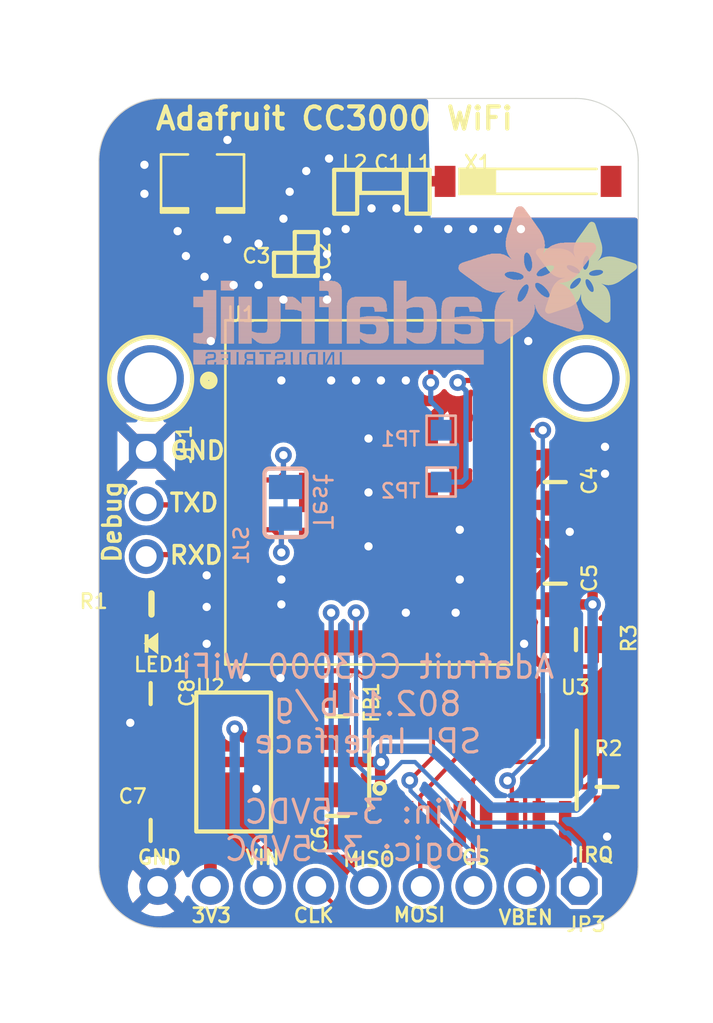
<source format=kicad_pcb>
(kicad_pcb (version 20221018) (generator pcbnew)
  (layers (0 "F.Cu" signal) (31 "B.Cu" signal) (34 "B.Paste" user) (35 "F.Paste" user) (36 "B.SilkS" user "B.Silkscreen") (37 "F.SilkS" user "F.Silkscreen") (38 "B.Mask" user) (39 "F.Mask" user) (44 "Edge.Cuts" user))
  (net 0 "")
  (net 1 "N$1")
  (net 2 "N$2")
  (net 3 "GND")
  (net 4 "N$3")
  (net 5 "N$4")
  (net 6 "SCL_3V")
  (net 7 "SDA_3V")
  (net 8 "VBAT")
  (net 9 "VBAT_EN_3V")
  (net 10 "SPI_CLK_3V")
  (net 11 "SPI_MOSI_3V")
  (net 12 "SPI_IRQ_3V")
  (net 13 "SPI_MISO_3V")
  (net 14 "SPI_CS_3V")
  (net 15 "N$5")
  (net 16 "N$6")
  (net 17 "RXD_3V")
  (net 18 "TXD_3V")
  (net 19 "VIN")
  (net 20 "VBAT_EN_5V")
  (net 21 "SPI_CLK_5V")
  (net 22 "SPI_MOSI_5V")
  (net 23 "SPI_CS_5V")
  (net 24 "N$9")
  (net 25 "N$7")
  (footprint "working:ANT_2500AT44M0400" (layer "F.Cu") (at 156.1931 89.0036 180)
    (fp_text reference "X1")
    (fp_text value "2500AT44M0400E")
  )
  (footprint "working:CHIPLED_0805_NOOUTLINE" (layer "F.Cu") (at 138.0411 111.2876 90)
    (fp_text reference "LED1")
    (fp_text value "green")
  )
  (footprint "working:_0402" (layer "F.Cu") (at 147.4011 89.5036 90)
    (fp_text reference "L2")
    (fp_text value "2.2nH")
  )
  (footprint "working:SOIC16" (layer "F.Cu") (at 153.5351 117.3836)
    (fp_text reference "U3")
    (fp_text value "74HC4050D")
  )
  (footprint "working:_0805MP" (layer "F.Cu") (at 138.0011 120.3036 180)
    (fp_text reference "C7")
    (fp_text value "10µF")
  )
  (footprint "working:MOUNTINGHOLE_2.5_PLATED" (layer "F.Cu") (at 159.0011 98.5036)
    (fp_text reference "U$34" hide)
    (fp_text value "MOUNTINGHOLE2.5" hide)
  )
  (footprint "working:_0402" (layer "F.Cu") (at 145.0011 93.0036 180)
    (fp_text reference "C3")
    (fp_text value "DNC_10pF")
  )
  (footprint "working:_0805MP" (layer "F.Cu") (at 157.5011 108.4036 90)
    (fp_text reference "C5")
    (fp_text value "1µF")
  )
  (footprint "working:_0805MP" (layer "F.Cu") (at 157.5011 103.5036 90)
    (fp_text reference "C4")
    (fp_text value "1µF")
  )
  (footprint "working:1X09_ROUND_70" (layer "F.Cu") (at 148.5011 123.0036 180)
    (fp_text reference "JP3")
    (fp_text value "")
  )
  (footprint "working:CC3000MOD" (layer "F.Cu") (at 148.5011 104.0036)
    (fp_text reference "U1")
    (fp_text value "CC3000MOD")
  )
  (footprint "working:MOUNTINGHOLE_2.5_PLATED" (layer "F.Cu") (at 138.0011 98.5036)
    (fp_text reference "U$24" hide)
    (fp_text value "MOUNTINGHOLE2.5" hide)
  )
  (footprint "working:ADAFRUIT_5MM" (layer "F.Cu") (at 156.5701 95.8186)
    (fp_text reference "U$8" hide)
    (fp_text value "" hide)
  )
  (footprint "working:_0402" (layer "F.Cu") (at 145.5011 92.5036 -90)
    (fp_text reference "C2")
    (fp_text value "10pF")
  )
  (footprint "working:SOT223-R" (layer "F.Cu") (at 142.0011 117.0036 90)
    (fp_text reference "U2")
    (fp_text value "")
  )
  (footprint "working:_0805MP" (layer "F.Cu") (at 147.0011 114.8036 90)
    (fp_text reference "FB1")
    (fp_text value "")
  )
  (footprint "working:FIDUCIAL_1MM" (layer "F.Cu") (at 154.5511 93.2536)
    (fp_text reference "FID1" hide)
    (fp_text value "FIDUCIAL\"\"" hide)
  )
  (footprint "working:_0805MP" (layer "F.Cu") (at 160.0011 118.2036 90)
    (fp_text reference "R2")
    (fp_text value "10K")
  )
  (footprint "working:U.FL" (layer "F.Cu") (at 140.5011 89.0036 -90)
    (fp_text reference "U$35" hide)
    (fp_text value "U.FL" hide)
  )
  (footprint "working:FIDUCIAL_1MM" (layer "F.Cu") (at 137.0251 117.3836)
    (fp_text reference "FID2" hide)
    (fp_text value "FIDUCIAL\"\"" hide)
  )
  (footprint "working:_0805MP" (layer "F.Cu") (at 158.5011 111.1036)
    (fp_text reference "R3")
    (fp_text value "10K")
  )
  (footprint "working:_0402" (layer "F.Cu") (at 150.8931 89.5036 90)
    (fp_text reference "L1")
    (fp_text value "DNP")
  )
  (footprint "working:_0805MP" (layer "F.Cu") (at 147.0011 119.6036 90)
    (fp_text reference "C6")
    (fp_text value "10µF")
  )
  (footprint "working:FIDUCIAL_1MM" (layer "F.Cu") (at 137.0251 93.2536)
    (fp_text reference "FID3" hide)
    (fp_text value "FIDUCIAL\"\"" hide)
  )
  (footprint "working:_0402" (layer "F.Cu") (at 149.1471 89.0036)
    (fp_text reference "C1")
    (fp_text value "2.2pF")
  )
  (footprint "working:1X03_ROUND" (layer "F.Cu") (at 137.7871 104.5566 -90)
    (fp_text reference "JP1")
    (fp_text value "")
  )
  (footprint "working:0805-NO" (layer "F.Cu") (at 138.0411 109.3826 180)
    (fp_text reference "R1")
    (fp_text value "470")
  )
  (footprint "working:_0805MP" (layer "F.Cu") (at 138.0011 113.7036 180)
    (fp_text reference "C8")
    (fp_text value "10µF")
  )
  (footprint "working:ADAFRUIT_TEXT_20MM" (layer "B.Cu") (at 159.6311 97.8256 180)
    (fp_text reference "U$36" hide)
    (fp_text value "" hide)
  )
  (footprint "working:TESTPOINT_PAD_1MM" (layer "B.Cu") (at 152.0011 103.5036 180)
    (fp_text reference "TP2")
    (fp_text value "SDA")
  )
  (footprint "working:SOLDERJUMPER_CLOSEDWIRE" (layer "B.Cu") (at 144.5011 104.5036 90)
    (fp_text reference "SJ1")
    (fp_text value "TESTMODE")
  )
  (footprint "working:TESTPOINT_PAD_1MM" (layer "B.Cu") (at 152.0011 101.0036 180)
    (fp_text reference "TP1")
    (fp_text value "SCL")
  )
  (gr_arc (start 158.5011 85.0036) (mid 160.62242 85.88228) (end 161.5011 88.0036) (stroke (width 0.05)) (layer "Edge.Cuts"))
  (gr_arc (start 161.5011 122.0036) (mid 160.62242 124.12492) (end 158.5011 125.0036) (stroke (width 0.05)) (layer "Edge.Cuts"))
  (gr_line (start 138.5011 125.0036) (end 158.5011 125.0036) (stroke (width 0.05)) (layer "Edge.Cuts"))
  (gr_line (start 135.5011 88.0036) (end 135.5011 122.0036) (stroke (width 0.05)) (layer "Edge.Cuts"))
  (gr_line (start 161.5011 122.0036) (end 161.5011 88.0036) (stroke (width 0.05)) (layer "Edge.Cuts"))
  (gr_arc (start 135.5011 88.0036) (mid 136.37978 85.88228) (end 138.5011 85.0036) (stroke (width 0.05)) (layer "Edge.Cuts"))
  (gr_line (start 158.5011 85.0036) (end 138.5011 85.0036) (stroke (width 0.05)) (layer "Edge.Cuts"))
  (gr_arc (start 138.5011 125.0036) (mid 136.37978 124.12492) (end 135.5011 122.0036) (stroke (width 0.05)) (layer "Edge.Cuts"))
  (gr_text "Test" (at 146.8041 103.0326 -90) (layer "B.SilkS") (effects (font (size 0.89408 0.89408) (thickness 0.12192)) (justify right top mirror)))
  (gr_text "Vin: 3-5VDC\nLogic: 3-5VDC" (at 147.8201 120.3046) (layer "B.SilkS") (effects (font (size 1.1176 1.1176) (thickness 0.1524)) (justify mirror)))
  (gr_text "Adafruit CC3000 WiFi\n802.11b/g\nSPI Interface" (at 148.4551 114.2086) (layer "B.SilkS") (effects (font (size 1.1176 1.1176) (thickness 0.1524)) (justify mirror)))
  (gr_text "VBEN" (at 154.6991 124.8976) (layer "F.SilkS") (effects (font (size 0.682752 0.682752) (thickness 0.130048)) (justify left bottom)))
  (gr_text "GND" (at 137.3011 122.0036) (layer "F.SilkS") (effects (font (size 0.682752 0.682752) (thickness 0.130048)) (justify left bottom)))
  (gr_text "VIN" (at 142.5011 122.0036) (layer "F.SilkS") (effects (font (size 0.682752 0.682752) (thickness 0.130048)) (justify left bottom)))
  (gr_text "Adafruit CC3000 WiFi" (at 138.1371 86.5956) (layer "F.SilkS") (effects (font (size 1.0668 1.0668) (thickness 0.2032)) (justify left bottom)))
  (gr_text "TXD" (at 138.8281 105.0036) (layer "F.SilkS") (effects (font (size 0.85344 0.85344) (thickness 0.16256)) (justify left bottom)))
  (gr_text "MOSI" (at 149.6341 124.7706) (layer "F.SilkS") (effects (font (size 0.682752 0.682752) (thickness 0.130048)) (justify left bottom)))
  (gr_text "MISO" (at 147.2011 122.1036) (layer "F.SilkS") (effects (font (size 0.682752 0.682752) (thickness 0.130048)) (justify left bottom)))
  (gr_text "Debug" (at 136.6441 107.4776 90) (layer "F.SilkS") (effects (font (size 0.85344 0.85344) (thickness 0.16256)) (justify left bottom)))
  (gr_text "IRQ" (at 158.4831 121.8826) (layer "F.SilkS") (effects (font (size 0.682752 0.682752) (thickness 0.130048)) (justify left bottom)))
  (gr_text "3V3" (at 139.9011 124.8036) (layer "F.SilkS") (effects (font (size 0.682752 0.682752) (thickness 0.130048)) (justify left bottom)))
  (gr_text "RXD" (at 138.8281 107.5306) (layer "F.SilkS") (effects (font (size 0.85344 0.85344) (thickness 0.16256)) (justify left bottom)))
  (gr_text "CS" (at 152.9211 122.0096) (layer "F.SilkS") (effects (font (size 0.682752 0.682752) (thickness 0.130048)) (justify left bottom)))
  (gr_text "GND" (at 138.8551 102.4836) (layer "F.SilkS") (effects (font (size 0.85344 0.85344) (thickness 0.16256)) (justify left bottom)))
  (gr_text "CLK" (at 144.8141 124.8036) (layer "F.SilkS") (effects (font (size 0.682752 0.682752) (thickness 0.130048)) (justify left bottom)))
  (segment (start 150.9851 89.0036) (end 150.8931 88.9956) (width 0.5842) (layer "F.Cu") (net 1))
  (segment (start 149.6551 89.0036) (end 150.9851 89.0036) (width 0.508) (layer "F.Cu") (net 1))
  (segment (start 152.1931 88.9956) (end 152.1931 89.0036) (width 0.508) (layer "F.Cu") (net 1))
  (segment (start 150.9851 89.0036) (end 150.9851 89.0036) (width 0.5842) (layer "F.Cu") (net 1))
  (segment (start 150.8931 88.9956) (end 152.1931 88.9956) (width 0.508) (layer "F.Cu") (net 1))
  (segment (start 145.787575 89.621922) (end 145.94044 89.44294) (width 0.508) (layer "F.Cu") (net 2))
  (segment (start 145.519567 90.268948) (end 145.574515 90.040075) (width 0.508) (layer "F.Cu") (net 2))
  (segment (start 148.7311 88.9956) (end 148.6391 89.0036) (width 0.5842) (layer "F.Cu") (net 2))
  (segment (start 145.66459 89.822614) (end 145.787575 89.621922) (width 0.508) (layer "F.Cu") (net 2))
  (segment (start 145.574515 90.040075) (end 145.66459 89.822614) (width 0.508) (layer "F.Cu") (net 2))
  (segment (start 146.537575 89.077015) (end 147.0011 89.0036) (width 0.508) (layer "F.Cu") (net 2))
  (segment (start 146.320114 89.16709) (end 146.537575 89.077015) (width 0.508) (layer "F.Cu") (net 2))
  (segment (start 147.0011 89.0036) (end 147.4931 89.0036) (width 0.508) (layer "F.Cu") (net 2))
  (segment (start 146.119422 89.290075) (end 146.320114 89.16709) (width 0.508) (layer "F.Cu") (net 2))
  (segment (start 147.4011 88.9956) (end 148.7311 88.9956) (width 0.508) (layer "F.Cu") (net 2))
  (segment (start 145.94044 89.44294) (end 146.119422 89.290075) (width 0.508) (layer "F.Cu") (net 2))
  (segment (start 147.4931 89.0036) (end 147.4931 89.0036) (width 0.5842) (layer "F.Cu") (net 2))
  (segment (start 148.7311 88.9956) (end 148.7311 88.9956) (width 0.5842) (layer "F.Cu") (net 2))
  (segment (start 145.5011 91.9956) (end 145.5011 90.5036) (width 0.508) (layer "F.Cu") (net 2))
  (segment (start 145.5011 90.5036) (end 145.5011 90.5036) (width 0.508) (layer "F.Cu") (net 2))
  (segment (start 145.5011 90.5036) (end 145.519567 90.268948) (width 0.508) (layer "F.Cu") (net 2))
  (segment (start 147.4931 89.0036) (end 147.4011 88.9956) (width 0.5842) (layer "F.Cu") (net 2))
  (segment (start 154.3511 111.2536) (end 155.9511 111.2536) (width 0.5) (layer "F.Cu") (net 3))
  (segment (start 158.6011 120.1036) (end 159.1011 120.6036) (width 0.5) (layer "F.Cu") (net 3))
  (segment (start 144.3011 111.2536) (end 144.3011 109.4036) (width 0.5) (layer "F.Cu") (net 3))
  (segment (start 142.6511 96.7536) (end 140.9511 96.7536) (width 0.5) (layer "F.Cu") (net 3))
  (segment (start 150.8931 90.0116) (end 150.8931 91.3036) (width 0.5) (layer "F.Cu") (net 3))
  (segment (start 143.1011 119.1036) (end 143.1011 118.3036) (width 0.5) (layer "F.Cu") (net 3))
  (segment (start 160.0011 119.2196) (end 160.0011 120.6036) (width 0.5) (layer "F.Cu") (net 3))
  (segment (start 150.6511 106.6536) (end 148.5511 106.6536) (width 0.5) (layer "F.Cu") (net 3))
  (segment (start 154.3511 102.2036) (end 157.2171 102.2036) (width 0.5) (layer "F.Cu") (net 3))
  (segment (start 146.3511 104.0036) (end 148.5011 104.0036) (width 0.5) (layer "F.Cu") (net 3))
  (segment (start 146.3511 101.3536) (end 148.4511 101.3536) (width 0.5) (layer "F.Cu") (net 3))
  (segment (start 154.3511 107.0036) (end 155.9011 107.0036) (width 0.5) (layer "F.Cu") (net 3))
  (segment (start 147.9011 96.7536) (end 147.9011 98.6036) (width 0.5) (layer "F.Cu") (net 3))
  (segment (start 142.6511 108.2036) (end 144.3011 108.2036) (width 0.5) (layer "F.Cu") (net 3))
  (segment (start 142.6511 109.4036) (end 144.3011 109.4036) (width 0.5) (layer "F.Cu") (net 3))
  (segment (start 149.1011 96.7536) (end 149.1011 98.6036) (width 0.5) (layer "F.Cu") (net 3))
  (segment (start 148.4511 106.6536) (end 148.5011 106.6036) (width 0.5) (layer "F.Cu") (net 3))
  (segment (start 140.9511 96.7536) (end 140.9011 96.7036) (width 0.5) (layer "F.Cu") (net 3))
  (segment (start 157.4851 107.4036) (end 157.5011 107.3876) (width 0.5) (layer "F.Cu") (net 3))
  (segment (start 157.9801 119.9836) (end 158.6011 120.1036) (width 0.5) (layer "F.Cu") (net 3))
  (segment (start 157.2171 102.2036) (end 157.5011 102.4876) (width 0.5) (layer "F.Cu") (net 3))
  (segment (start 155.9011 107.0036) (end 156.3011 107.4036) (width 0.5) (layer "F.Cu") (net 3))
  (segment (start 150.6511 101.3536) (end 148.5511 101.3536) (width 0.5) (layer "F.Cu") (net 3))
  (segment (start 146.7011 96.7536) (end 146.7011 98.6036) (width 0.5) (layer "F.Cu") (net 3))
  (segment (start 145.0511 119.3036) (end 143.3011 119.3036) (width 0.5) (layer "F.Cu") (net 3))
  (segment (start 147.4011 90.0116) (end 147.4011 91.3036) (width 0.5) (layer "F.Cu") (net 3))
  (segment (start 156.3011 107.4036) (end 157.4851 107.4036) (width 0.5) (layer "F.Cu") (net 3))
  (segment (start 150.3011 96.7536) (end 150.3011 98.6036) (width 0.5) (layer "F.Cu") (net 3))
  (segment (start 157.5011 107.3876) (end 157.5011 106.6036) (width 0.5) (layer "F.Cu") (net 3))
  (segment (start 150.3011 111.2536) (end 150.3011 109.8036) (width 0.5) (layer "F.Cu") (net 3))
  (segment (start 146.3511 106.6536) (end 148.4511 106.6536) (width 0.5) (layer "F.Cu") (net 3))
  (segment (start 157.5011 106.6036) (end 158.2011 105.9036) (width 0.5) (layer "F.Cu") (net 3))
  (segment (start 148.4511 101.3536) (end 148.5011 101.4036) (width 0.5) (layer "F.Cu") (net 3))
  (segment (start 154.3511 105.8036) (end 152.9011 105.8036) (width 0.5) (layer "F.Cu") (net 3))
  (segment (start 137.0011 120.3196) (end 136.9851 120.3036) (width 0.5) (layer "F.Cu") (net 3))
  (segment (start 155.9511 111.2536) (end 156.0011 111.3036) (width 0.5) (layer "F.Cu") (net 3))
  (segment (start 145.7671 118.5876) (end 145.0511 119.3036) (width 0.5) (layer "F.Cu") (net 3))
  (segment (start 154.3511 108.2036) (end 152.9011 108.2036) (width 0.5) (layer "F.Cu") (net 3))
  (segment (start 150.6511 104.0036) (end 148.5011 104.0036) (width 0.5) (layer "F.Cu") (net 3))
  (segment (start 142.6511 98.6036) (end 144.3011 98.6036) (width 0.5) (layer "F.Cu") (net 3))
  (segment (start 152.7011 111.2536) (end 152.7011 109.8036) (width 0.5) (layer "F.Cu") (net 3))
  (segment (start 148.5511 101.3536) (end 148.5011 101.4036) (width 0.5) (layer "F.Cu") (net 3))
  (segment (start 148.5511 106.6536) (end 148.5011 106.6036) (width 0.5) (layer "F.Cu") (net 3))
  (segment (start 147.0011 118.5876) (end 145.7671 118.5876) (width 0.5) (layer "F.Cu") (net 3))
  (segment (start 143.3011 119.3036) (end 143.1011 119.1036) (width 0.5) (layer "F.Cu") (net 3))
  (segment (start 159.1011 120.6036) (end 160.0011 120.6036) (width 0.5) (layer "F.Cu") (net 3))
  (segment (start 144.3011 96.7536) (end 144.3011 98.6036) (width 0.5) (layer "F.Cu") (net 3))
  (via (at 150.3011 98.6036) (size 0.8064) (drill 0.4) (layers "F.Cu" "B.Cu") (net 3))
  (via (at 152.7011 109.8036) (size 0.8064) (drill 0.4) (layers "F.Cu" "B.Cu") (net 3))
  (via (at 139.7011 92.6036) (size 0.8064) (drill 0.4) (layers "F.Cu" "B.Cu") (net 3))
  (via (at 147.4011 91.3036) (size 0.8064) (drill 0.4) (layers "F.Cu" "B.Cu") (net 3))
  (via (at 150.8931 91.3036) (size 0.8064) (drill 0.4) (layers "F.Cu" "B.Cu") (net 3))
  (via (at 140.7011 108.0016) (size 0.8064) (drill 0.4) (layers "F.Cu" "B.Cu") (net 3))
  (via (at 140.7011 111.3036) (size 0.8064) (drill 0.4) (layers "F.Cu" "B.Cu") (net 3))
  (via (at 146.5011 93.6156) (size 0.8064) (drill 0.4) (layers "F.Cu" "B.Cu") (net 3))
  (via (at 144.4011 90.8036) (size 0.8064) (drill 0.4) (layers "F.Cu" "B.Cu") (net 3))
  (via (at 145.5011 88.5036) (size 0.8064) (drill 0.4) (layers "F.Cu" "B.Cu") (net 3))
  (via (at 148.5011 101.4036) (size 0.8064) (drill 0.4) (layers "F.Cu" "B.Cu") (net 3))
  (via (at 140.7011 109.5256) (size 0.8064) (drill 0.4) (layers "F.Cu" "B.Cu") (net 3))
  (via (at 137.7011 89.6036) (size 0.8064) (drill 0.4) (layers "F.Cu" "B.Cu") (net 3))
  (via (at 152.9011 108.2036) (size 0.8064) (drill 0.4) (layers "F.Cu" "B.Cu") (net 3))
  (via (at 139.3011 91.4036) (size 0.8064) (drill 0.4) (layers "F.Cu" "B.Cu") (net 3))
  (via (at 148.5011 106.6036) (size 0.8064) (drill 0.4) (layers "F.Cu" "B.Cu") (net 3))
  (via (at 143.2011 94.0036) (size 0.8064) (drill 0.4) (layers "F.Cu" "B.Cu") (net 3))
  (via (at 152.3471 91.3036) (size 0.8064) (drill 0.4) (layers "F.Cu" "B.Cu") (net 3))
  (via (at 146.7011 98.6036) (size 0.8064) (drill 0.4) (layers "F.Cu" "B.Cu") (net 3))
  (via (at 144.3011 98.6036) (size 0.8064) (drill 0.4) (layers "F.Cu" "B.Cu") (net 3))
  (via (at 141.7011 87.0036) (size 0.8064) (drill 0.4) (layers "F.Cu" "B.Cu") (net 3))
  (via (at 142.0011 94.0036) (size 0.8064) (drill 0.4) (layers "F.Cu" "B.Cu") (net 3))
  (via (at 150.3011 109.8036) (size 0.8064) (drill 0.4) (layers "F.Cu" "B.Cu") (net 3))
  (via (at 137.7011 88.2036) (size 0.8064) (drill 0.4) (layers "F.Cu" "B.Cu") (net 3))
  (via (at 160.0011 120.6036) (size 0.8064) (drill 0.4) (layers "F.Cu" "B.Cu") (net 3))
  (via (at 149.1011 98.6036) (size 0.8064) (drill 0.4) (layers "F.Cu" "B.Cu") (net 3))
  (via (at 142.6061 112.9546) (size 0.8064) (drill 0.4) (layers "F.Cu" "B.Cu") (net 3))
  (via (at 146.5011 94.7036) (size 0.8064) (drill 0.4) (layers "F.Cu" "B.Cu") (net 3))
  (via (at 155.8471 91.3036) (size 0.8064) (drill 0.4) (layers "F.Cu" "B.Cu") (net 3))
  (via (at 137.0181 115.1136) (size 0.8064) (drill 0.4) (layers "F.Cu" "B.Cu") (net 3))
  (via (at 158.2011 105.9036) (size 0.8064) (drill 0.4) (layers "F.Cu" "B.Cu") (net 3))
  (via (at 147.9011 98.6036) (size 0.8064) (drill 0.4) (layers "F.Cu" "B.Cu") (net 3))
  (via (at 140.9011 96.7036) (size 0.8064) (drill 0.4) (layers "F.Cu" "B.Cu") (net 3))
  (via (at 144.3011 108.2036) (size 0.8064) (drill 0.4) (layers "F.Cu" "B.Cu") (net 3))
  (via (at 149.8471 90.3036) (size 0.8064) (drill 0.4) (layers "F.Cu" "B.Cu") (net 3))
  (via (at 146.5011 92.5156) (size 0.8064) (drill 0.4) (layers "F.Cu" "B.Cu") (net 3))
  (via (at 152.9011 105.8036) (size 0.8064) (drill 0.4) (layers "F.Cu" "B.Cu") (net 3))
  (via (at 143.1011 118.3036) (size 0.8064) (drill 0.4) (layers "F.Cu" "B.Cu") (net 3))
  (via (at 144.2571 112.9546) (size 0.8064) (drill 0.4) (layers "F.Cu" "B.Cu") (net 3))
  (via (at 156.2011 96.7036) (size 0.8064) (drill 0.4) (layers "F.Cu" "B.Cu") (net 3))
  (via (at 156.0011 111.3036) (size 0.8064) (drill 0.4) (layers "F.Cu" "B.Cu") (net 3))
  (via (at 148.6471 90.3036) (size 0.8064) (drill 0.4) (layers "F.Cu" "B.Cu") (net 3))
  (via (at 148.5011 104.0036) (size 0.8064) (drill 0.4) (layers "F.Cu" "B.Cu") (net 3))
  (via (at 140.6011 93.6036) (size 0.8064) (drill 0.4) (layers "F.Cu" "B.Cu") (net 3))
  (via (at 153.5471 91.3036) (size 0.8064) (drill 0.4) (layers "F.Cu" "B.Cu") (net 3))
  (via (at 146.6011 87.9036) (size 0.8064) (drill 0.4) (layers "F.Cu" "B.Cu") (net 3))
  (via (at 143.2011 92.0036) (size 0.8064) (drill 0.4) (layers "F.Cu" "B.Cu") (net 3))
  (via (at 144.4011 94.7036) (size 0.8064) (drill 0.4) (layers "F.Cu" "B.Cu") (net 3))
  (via (at 144.7011 89.5036) (size 0.8064) (drill 0.4) (layers "F.Cu" "B.Cu") (net 3))
  (via (at 154.7471 91.3036) (size 0.8064) (drill 0.4) (layers "F.Cu" "B.Cu") (net 3))
  (via (at 159.9011 103.1036) (size 0.8064) (drill 0.4) (layers "F.Cu" "B.Cu") (net 3))
  (via (at 146.5011 91.4156) (size 0.8064) (drill 0.4) (layers "F.Cu" "B.Cu") (net 3))
  (via (at 144.3011 109.4036) (size 0.8064) (drill 0.4) (layers "F.Cu" "B.Cu") (net 3))
  (via (at 141.7011 91.8036) (size 0.8064) (drill 0.4) (layers "F.Cu" "B.Cu") (net 3))
  (via (at 159.9011 101.8036) (size 0.8064) (drill 0.4) (layers "F.Cu" "B.Cu") (net 3))
  (segment (start 144.3011 109.4036) (end 144.3011 109.0036) (width 0.5) (layer "B.Cu") (net 3))
  (segment (start 140.787575 92.385278) (end 140.66459 92.184586) (width 0.508) (layer "F.Cu") (net 4))
  (segment (start 141.119422 92.717125) (end 140.94044 92.56426) (width 0.508) (layer "F.Cu") (net 4))
  (segment (start 142.0011 93.0036) (end 142.0011 93.0036) (width 0.508) (layer "F.Cu") (net 4))
  (segment (start 144.4931 93.0036) (end 142.0011 93.0036) (width 0.508) (layer "F.Cu") (net 4))
  (segment (start 140.66459 92.184586) (end 140.574515 91.967125) (width 0.508) (layer "F.Cu") (net 4))
  (segment (start 142.0011 93.0036) (end 141.766448 92.985133) (width 0.508) (layer "F.Cu") (net 4))
  (segment (start 140.5011 91.5036) (end 140.5011 90.5286) (width 0.508) (layer "F.Cu") (net 4))
  (segment (start 140.94044 92.56426) (end 140.787575 92.385278) (width 0.508) (layer "F.Cu") (net 4))
  (segment (start 141.766448 92.985133) (end 141.537575 92.930185) (width 0.508) (layer "F.Cu") (net 4))
  (segment (start 140.574515 91.967125) (end 140.5011 91.5036) (width 0.508) (layer "F.Cu") (net 4))
  (segment (start 141.537575 92.930185) (end 141.320114 92.84011) (width 0.508) (layer "F.Cu") (net 4))
  (segment (start 141.320114 92.84011) (end 141.119422 92.717125) (width 0.508) (layer "F.Cu") (net 4))
  (segment (start 145.5011 93.0116) (end 145.5091 93.0036) (width 0.508) (layer "F.Cu") (net 5))
  (segment (start 145.5011 96.7536) (end 145.5011 93.0116) (width 0.508) (layer "F.Cu") (net 5))
  (segment (start 151.5011 95.8036) (end 151.5011 96.7536) (width 0.25) (layer "F.Cu") (net 6))
  (segment (start 151.7011 95.6036) (end 151.5011 95.8036) (width 0.25) (layer "F.Cu") (net 6))
  (segment (start 152.7011 95.8036) (end 152.5011 95.6036) (width 0.25) (layer "F.Cu") (net 6))
  (segment (start 151.5011 96.7536) (end 151.5011 98.7036) (width 0.25) (layer "F.Cu") (net 6))
  (segment (start 152.7011 96.7536) (end 152.7011 95.8036) (width 0.25) (layer "F.Cu") (net 6))
  (segment (start 152.5011 95.6036) (end 151.7011 95.6036) (width 0.25) (layer "F.Cu") (net 6))
  (via (at 151.5011 98.7036) (size 0.8064) (drill 0.4) (layers "F.Cu" "B.Cu") (net 6))
  (segment (start 152.0011 100.1036) (end 152.0011 101.0036) (width 0.25) (layer "B.Cu") (net 6))
  (segment (start 151.5011 98.7036) (end 151.5011 99.6036) (width 0.25) (layer "B.Cu") (net 6))
  (segment (start 151.5011 99.6036) (end 152.0011 100.1036) (width 0.25) (layer "B.Cu") (net 6))
  (segment (start 154.3511 98.6036) (end 155.2011 98.6036) (width 0.25) (layer "F.Cu") (net 7))
  (segment (start 155.4011 98.8036) (end 155.4011 99.6036) (width 0.25) (layer "F.Cu") (net 7))
  (segment (start 155.4011 99.6036) (end 155.2011 99.8036) (width 0.25) (layer "F.Cu") (net 7))
  (segment (start 155.2011 98.6036) (end 155.4011 98.8036) (width 0.25) (layer "F.Cu") (net 7))
  (segment (start 154.3511 98.6036) (end 152.9011 98.6036) (width 0.25) (layer "F.Cu") (net 7))
  (segment (start 155.2011 99.8036) (end 154.3511 99.8036) (width 0.25) (layer "F.Cu") (net 7))
  (segment (start 152.9011 98.6036) (end 152.8011 98.7036) (width 0.25) (layer "F.Cu") (net 7))
  (via (at 152.8011 98.7036) (size 0.8064) (drill 0.4) (layers "F.Cu" "B.Cu") (net 7))
  (segment (start 153.2011 103.3036) (end 153.2011 100.1036) (width 0.25) (layer "B.Cu") (net 7))
  (segment (start 152.0011 103.5036) (end 153.0011 103.5036) (width 0.25) (layer "B.Cu") (net 7))
  (segment (start 153.0011 103.5036) (end 153.2011 103.3036) (width 0.25) (layer "B.Cu") (net 7))
  (segment (start 153.2011 99.1036) (end 152.8011 98.7036) (width 0.25) (layer "B.Cu") (net 7))
  (segment (start 153.2011 100.1036) (end 153.2011 99.1036) (width 0.25) (layer "B.Cu") (net 7))
  (segment (start 159.3011 104.9036) (end 158.9011 104.5036) (width 0.5) (layer "F.Cu") (net 8))
  (segment (start 140.4011 120.3036) (end 139.0171 120.3036) (width 0.5) (layer "F.Cu") (net 8))
  (segment (start 139.0911 113.7036) (end 139.0911 111.2876) (width 0.4064) (layer "F.Cu") (net 8))
  (segment (start 157.5011 111.0876) (end 157.4851 111.1036) (width 0.5) (layer "F.Cu") (net 8))
  (segment (start 154.3511 109.4036) (end 157.4851 109.4036) (width 0.5) (layer "F.Cu") (net 8))
  (segment (start 140.8811 120.8836) (end 140.4011 120.3036) (width 0.5) (layer "F.Cu") (net 8))
  (segment (start 139.0171 113.7036) (end 139.0911 113.7036) (width 0.4064) (layer "F.Cu") (net 8))
  (segment (start 157.4851 109.4036) (end 157.5011 109.4196) (width 0.5) (layer "F.Cu") (net 8))
  (segment (start 157.5171 104.5036) (end 157.5011 104.5196) (width 0.5) (layer "F.Cu") (net 8))
  (segment (start 158.9011 104.5036) (end 157.5171 104.5036) (width 0.5) (layer "F.Cu") (net 8))
  (segment (start 149.0561 117.0586) (end 149.1011 117.0036) (width 0.5) (layer "F.Cu") (net 8))
  (segment (start 138.9511 117.0036) (end 138.9511 113.7696) (width 0.5) (layer "F.Cu") (net 8))
  (segment (start 149.0901 119.9836) (end 149.0561 117.0586) (width 0.5) (layer "F.Cu") (net 8))
  (segment (start 138.9511 117.0036) (end 138.9511 120.4376) (width 0.5) (layer "F.Cu") (net 8))
  (segment (start 138.9511 120.4376) (end 139.0171 120.3036) (width 0.5) (layer "F.Cu") (net 8))
  (segment (start 159.3011 109.4036) (end 159.3011 104.9036) (width 0.5) (layer "F.Cu") (net 8))
  (segment (start 140.8811 120.8836) (end 140.8811 123.0036) (width 0.6096) (layer "F.Cu") (net 8))
  (segment (start 145.0511 117.0036) (end 138.9511 117.0036) (width 0.5) (layer "F.Cu") (net 8))
  (segment (start 154.3511 104.6036) (end 157.4171 104.6036) (width 0.5) (layer "F.Cu") (net 8))
  (segment (start 157.4851 109.4036) (end 159.3011 109.4036) (width 0.5) (layer "F.Cu") (net 8))
  (segment (start 157.4171 104.6036) (end 157.5011 104.5196) (width 0.5) (layer "F.Cu") (net 8))
  (segment (start 145.0511 117.0036) (end 149.1011 117.0036) (width 0.5) (layer "F.Cu") (net 8))
  (segment (start 138.9511 113.7696) (end 139.0171 113.7036) (width 0.5) (layer "F.Cu") (net 8))
  (segment (start 157.5011 109.4196) (end 157.5011 111.0876) (width 0.5) (layer "F.Cu") (net 8))
  (via (at 149.1011 117.0036) (size 0.8064) (drill 0.4) (layers "F.Cu" "B.Cu") (net 8))
  (via (at 159.3011 109.4036) (size 0.8064) (drill 0.4) (layers "F.Cu" "B.Cu") (net 8))
  (segment (start 149.1011 117.0036) (end 149.1011 116.3676) (width 0.5) (layer "B.Cu") (net 8))
  (segment (start 158.5011 119.2036) (end 159.3011 118.4036) (width 0.5) (layer "B.Cu") (net 8))
  (segment (start 151.5031 116.3676) (end 152.2011 117.0036) (width 0.5) (layer "B.Cu") (net 8))
  (segment (start 154.4011 119.2036) (end 158.5011 119.2036) (width 0.5) (layer "B.Cu") (net 8))
  (segment (start 149.1011 116.3676) (end 151.5031 116.3676) (width 0.5) (layer "B.Cu") (net 8))
  (segment (start 159.3011 118.4036) (end 159.3011 109.4036) (width 0.5) (layer "B.Cu") (net 8))
  (segment (start 152.2011 117.0036) (end 154.4011 119.2036) (width 0.5) (layer "B.Cu") (net 8))
  (segment (start 155.4401 119.9836) (end 155.4061 118.1086) (width 0.21) (layer "F.Cu") (net 9))
  (segment (start 155.4061 118.1086) (end 155.2011 117.9036) (width 0.21) (layer "F.Cu") (net 9))
  (segment (start 156.9011 101.0036) (end 154.3511 101.0036) (width 0.21) (layer "F.Cu") (net 9))
  (via (at 156.9011 101.0036) (size 0.8064) (drill 0.4) (layers "F.Cu" "B.Cu") (net 9))
  (via (at 155.2011 117.9036) (size 0.8064) (drill 0.4) (layers "F.Cu" "B.Cu") (net 9))
  (segment (start 156.9011 116.2036) (end 156.9011 101.0036) (width 0.21) (layer "B.Cu") (net 9))
  (segment (start 155.2011 117.9036) (end 156.9011 116.2036) (width 0.21) (layer "B.Cu") (net 9))
  (segment (start 156.4011 112.7036) (end 156.6511 112.9536) (width 0.25) (layer "F.Cu") (net 10))
  (segment (start 151.5011 112.3036) (end 151.9011 112.7036) (width 0.25) (layer "F.Cu") (net 10))
  (segment (start 151.9011 112.7036) (end 156.4011 112.7036) (width 0.25) (layer "F.Cu") (net 10))
  (segment (start 156.6511 114.8786) (end 156.7101 114.7836) (width 0.25) (layer "F.Cu") (net 10))
  (segment (start 156.6011 114.8286) (end 156.7101 114.7836) (width 0.25) (layer "F.Cu") (net 10))
  (segment (start 151.5011 111.2536) (end 151.5011 112.3036) (width 0.25) (layer "F.Cu") (net 10))
  (segment (start 156.6511 112.9536) (end 156.6511 114.8786) (width 0.25) (layer "F.Cu") (net 10))
  (segment (start 149.4011 112.6036) (end 150.3011 112.6036) (width 0.25) (layer "F.Cu") (net 11))
  (segment (start 154.1011 113.4036) (end 154.1011 114.8686) (width 0.25) (layer "F.Cu") (net 11))
  (segment (start 154.1011 114.8686) (end 154.1701 114.7836) (width 0.25) (layer "F.Cu") (net 11))
  (segment (start 153.9011 113.2036) (end 154.1011 113.4036) (width 0.25) (layer "F.Cu") (net 11))
  (segment (start 149.1011 112.3036) (end 149.4011 112.6036) (width 0.25) (layer "F.Cu") (net 11))
  (segment (start 150.3011 112.6036) (end 150.9011 113.2036) (width 0.25) (layer "F.Cu") (net 11))
  (segment (start 149.1011 111.2536) (end 149.1011 112.3036) (width 0.25) (layer "F.Cu") (net 11))
  (segment (start 150.9011 113.2036) (end 153.9011 113.2036) (width 0.25) (layer "F.Cu") (net 11))
  (segment (start 147.9011 111.2536) (end 147.9011 109.8036) (width 0.25) (layer "F.Cu") (net 12))
  (via (at 147.9011 109.8036) (size 0.8064) (drill 0.4) (layers "F.Cu" "B.Cu") (net 12))
  (segment (start 150.7411 117.0026) (end 153.6621 119.9236) (width 0.2032) (layer "B.Cu") (net 12))
  (segment (start 147.9011 109.8036) (end 147.9011 117.0836) (width 0.2032) (layer "B.Cu") (net 12))
  (segment (start 148.5821 117.7646) (end 149.3441 117.7646) (width 0.2032) (layer "B.Cu") (net 12))
  (segment (start 158.6611 120.9856) (end 158.6611 123.0036) (width 0.254) (layer "B.Cu") (net 12))
  (segment (start 157.9801 120.4316) (end 158.1071 120.4316) (width 0.2032) (layer "B.Cu") (net 12))
  (segment (start 150.1061 117.0026) (end 150.7411 117.0026) (width 0.2032) (layer "B.Cu") (net 12))
  (segment (start 157.4721 119.9236) (end 157.9801 120.4316) (width 0.2032) (layer "B.Cu") (net 12))
  (segment (start 153.6621 119.9236) (end 157.4721 119.9236) (width 0.2032) (layer "B.Cu") (net 12))
  (segment (start 149.3441 117.7646) (end 150.1061 117.0026) (width 0.2032) (layer "B.Cu") (net 12))
  (segment (start 147.9011 117.0836) (end 148.5821 117.7646) (width 0.2032) (layer "B.Cu") (net 12))
  (segment (start 158.1071 120.4316) (end 158.6611 120.9856) (width 0.254) (layer "B.Cu") (net 12))
  (segment (start 146.7011 111.2536) (end 146.7011 109.8036) (width 0.25) (layer "F.Cu") (net 13))
  (via (at 146.7011 109.8036) (size 0.8064) (drill 0.4) (layers "F.Cu" "B.Cu") (net 13))
  (segment (start 146.7011 121.2036) (end 148.5011 123.0036) (width 0.254) (layer "B.Cu") (net 13))
  (segment (start 146.7011 109.8036) (end 146.7011 121.2036) (width 0.25) (layer "B.Cu") (net 13))
  (segment (start 150.3011 114.8786) (end 150.3601 114.7836) (width 0.25) (layer "F.Cu") (net 14))
  (segment (start 148.5011 113.2036) (end 150.0011 113.2036) (width 0.25) (layer "F.Cu") (net 14))
  (segment (start 145.5011 111.2536) (end 145.5011 112.3036) (width 0.25) (layer "F.Cu") (net 14))
  (segment (start 147.9011 112.6036) (end 148.5011 113.2036) (width 0.25) (layer "F.Cu") (net 14))
  (segment (start 150.3011 113.5036) (end 150.3011 114.8786) (width 0.25) (layer "F.Cu") (net 14))
  (segment (start 150.0011 113.2036) (end 150.3011 113.5036) (width 0.25) (layer "F.Cu") (net 14))
  (segment (start 145.8011 112.6036) (end 147.9011 112.6036) (width 0.25) (layer "F.Cu") (net 14))
  (segment (start 145.5011 112.3036) (end 145.8011 112.6036) (width 0.25) (layer "F.Cu") (net 14))
  (segment (start 144.1011 103.4036) (end 144.4011 103.1036) (width 0.25) (layer "F.Cu") (net 15))
  (segment (start 144.4011 103.1036) (end 144.4011 102.2036) (width 0.25) (layer "F.Cu") (net 15))
  (segment (start 142.6511 103.4036) (end 144.1011 103.4036) (width 0.25) (layer "F.Cu") (net 15))
  (via (at 144.4011 102.2036) (size 0.8064) (drill 0.4) (layers "F.Cu" "B.Cu") (net 15))
  (segment (start 144.4011 103.6416) (end 144.5011 103.7416) (width 0.25) (layer "B.Cu") (net 15))
  (segment (start 144.4011 102.2036) (end 144.4011 103.6416) (width 0.25) (layer "B.Cu") (net 15))
  (segment (start 142.6511 105.8036) (end 143.9011 105.8036) (width 0.25) (layer "F.Cu") (net 16))
  (segment (start 143.9011 105.8036) (end 144.3011 106.2036) (width 0.25) (layer "F.Cu") (net 16))
  (segment (start 144.3011 106.2036) (end 144.3011 106.9036) (width 0.25) (layer "F.Cu") (net 16))
  (via (at 144.3011 106.9036) (size 0.8064) (drill 0.4) (layers "F.Cu" "B.Cu") (net 16))
  (segment (start 144.3011 106.9036) (end 144.3011 105.4656) (width 0.25) (layer "B.Cu") (net 16))
  (segment (start 144.3011 105.4656) (end 144.5011 105.2656) (width 0.25) (layer "B.Cu") (net 16))
  (segment (start 142.6511 107.0036) (end 137.7871 107.0036) (width 0.254) (layer "F.Cu") (net 17))
  (segment (start 137.7871 107.0036) (end 137.7871 107.0966) (width 0.254) (layer "F.Cu") (net 17))
  (segment (start 137.7871 104.6036) (end 137.7871 104.5566) (width 0.254) (layer "F.Cu") (net 18))
  (segment (start 142.6511 104.6036) (end 137.7871 104.6036) (width 0.254) (layer "F.Cu") (net 18))
  (segment (start 144.0011 120.8036) (end 146.8171 120.8036) (width 0.5) (layer "F.Cu") (net 19))
  (segment (start 143.4211 121.3836) (end 143.4211 123.0036) (width 0.6096) (layer "F.Cu") (net 19))
  (segment (start 146.8171 120.8036) (end 147.0011 120.6196) (width 0.5) (layer "F.Cu") (net 19))
  (segment (start 147.0011 115.8196) (end 142.4671 115.8196) (width 0.5) (layer "F.Cu") (net 19))
  (segment (start 143.4211 121.3836) (end 144.0011 120.8036) (width 0.5) (layer "F.Cu") (net 19))
  (segment (start 142.4671 115.8196) (end 142.0511 115.4036) (width 0.5) (layer "F.Cu") (net 19))
  (via (at 142.0511 115.4036) (size 0.8064) (drill 0.4) (layers "F.Cu" "B.Cu") (net 19))
  (segment (start 142.0511 115.4036) (end 142.0511 120.1836) (width 0.5) (layer "B.Cu") (net 19))
  (segment (start 143.4211 121.5536) (end 143.4211 123.0036) (width 0.6096) (layer "B.Cu") (net 19))
  (segment (start 142.0511 120.1836) (end 143.4211 121.5536) (width 0.5) (layer "B.Cu") (net 19))
  (segment (start 156.7101 119.9836) (end 156.6761 118.3286) (width 0.25) (layer "F.Cu") (net 20))
  (segment (start 158.9851 118.2036) (end 160.0011 117.1876) (width 0.25) (layer "F.Cu") (net 20))
  (segment (start 156.8011 118.2036) (end 158.9851 118.2036) (width 0.25) (layer "F.Cu") (net 20))
  (segment (start 156.6761 122.4486) (end 156.7101 119.9836) (width 0.254) (layer "F.Cu") (net 20))
  (segment (start 156.1211 123.0036) (end 156.6761 122.4486) (width 0.254) (layer "F.Cu") (net 20))
  (segment (start 156.6761 118.3286) (end 156.8011 118.2036) (width 0.25) (layer "F.Cu") (net 20))
  (segment (start 156.0511 118.0536) (end 156.0511 121.4716) (width 0.2032) (layer "F.Cu") (net 21))
  (segment (start 155.8211 121.7016) (end 155.0591 121.7016) (width 0.2032) (layer "F.Cu") (net 21))
  (segment (start 154.8051 123.8606) (end 154.4241 124.2416) (width 0.2032) (layer "F.Cu") (net 21))
  (segment (start 154.8051 121.9556) (end 154.8051 123.8606) (width 0.2032) (layer "F.Cu") (net 21))
  (segment (start 157.9461 117.4586) (end 157.7011 117.7036) (width 0.21) (layer "F.Cu") (net 21))
  (segment (start 157.7011 117.7036) (end 156.4011 117.7036) (width 0.21) (layer "F.Cu") (net 21))
  (segment (start 156.0511 121.4716) (end 155.8211 121.7016) (width 0.2032) (layer "F.Cu") (net 21))
  (segment (start 154.4241 124.2416) (end 147.1991 124.2416) (width 0.2032) (layer "F.Cu") (net 21))
  (segment (start 157.9801 114.7836) (end 157.9461 117.4586) (width 0.21) (layer "F.Cu") (net 21))
  (segment (start 147.1991 124.2416) (end 145.9611 123.0036) (width 0.2032) (layer "F.Cu") (net 21))
  (segment (start 156.4011 117.7036) (end 156.0511 118.0536) (width 0.21) (layer "F.Cu") (net 21))
  (segment (start 155.0591 121.7016) (end 154.8051 121.9556) (width 0.2032) (layer "F.Cu") (net 21))
  (segment (start 150.9951 122.9576) (end 151.0411 123.0036) (width 0.2032) (layer "F.Cu") (net 22))
  (segment (start 155.4061 116.1476) (end 155.0591 116.4946) (width 0.2032) (layer "F.Cu") (net 22))
  (segment (start 153.0271 116.4946) (end 150.9951 118.6536) (width 0.2032) (layer "F.Cu") (net 22))
  (segment (start 155.0591 116.4946) (end 153.0271 116.4946) (width 0.2032) (layer "F.Cu") (net 22))
  (segment (start 150.9951 118.6536) (end 150.9951 122.9576) (width 0.2032) (layer "F.Cu") (net 22))
  (segment (start 155.4401 114.7836) (end 155.4061 116.1476) (width 0.2032) (layer "F.Cu") (net 22))
  (segment (start 153.5811 117.8456) (end 153.5351 117.8916) (width 0.2032) (layer "F.Cu") (net 23))
  (segment (start 157.3451 116.4866) (end 156.8291 117.0026) (width 0.2032) (layer "F.Cu") (net 23))
  (segment (start 151.5961 116.7826) (end 150.4871 117.8916) (width 0.2032) (layer "F.Cu") (net 23))
  (segment (start 159.2511 112.4036) (end 159.5011 112.1536) (width 0.21) (layer "F.Cu") (net 23))
  (segment (start 157.3451 112.7096) (end 157.3451 116.4866) (width 0.2032) (layer "F.Cu") (net 23))
  (segment (start 157.6511 112.4036) (end 157.3451 112.7096) (width 0.2032) (layer "F.Cu") (net 23))
  (segment (start 154.5511 117.0026) (end 156.8291 117.0026) (width 0.2032) (layer "F.Cu") (net 23))
  (segment (start 151.6301 114.7836) (end 151.5961 116.7826) (width 0.2032) (layer "F.Cu") (net 23))
  (segment (start 153.5351 123.0036) (end 153.5811 123.0036) (width 0.2032) (layer "F.Cu") (net 23))
  (segment (start 153.5811 117.8456) (end 154.5511 117.0026) (width 0.2032) (layer "F.Cu") (net 23))
  (segment (start 159.5011 112.1536) (end 159.5011 111.1196) (width 0.21) (layer "F.Cu") (net 23))
  (segment (start 159.5011 111.1196) (end 159.5171 111.1036) (width 0.25) (layer "F.Cu") (net 23))
  (segment (start 153.5351 117.8916) (end 153.5351 123.0036) (width 0.2032) (layer "F.Cu") (net 23))
  (segment (start 157.6511 112.4036) (end 159.2511 112.4036) (width 0.21) (layer "F.Cu") (net 23))
  (via (at 150.4871 117.8916) (size 0.8064) (drill 0.4) (layers "F.Cu" "B.Cu") (net 23))
  (segment (start 150.4871 117.8916) (end 150.5331 118.3996) (width 0.2032) (layer "B.Cu") (net 23))
  (segment (start 153.5811 121.4476) (end 153.5811 123.0036) (width 0.2032) (layer "B.Cu") (net 23))
  (segment (start 150.5331 118.3996) (end 153.5811 121.4476) (width 0.2032) (layer "B.Cu") (net 23))
  (segment (start 145.9671 113.7876) (end 145.0511 114.7036) (width 0.5) (layer "F.Cu") (net 24))
  (segment (start 147.0011 113.7876) (end 145.9671 113.7876) (width 0.5) (layer "F.Cu") (net 24))
  (segment (start 136.9911 111.2876) (end 137.0251 111.4146) (width 0.4064) (layer "F.Cu") (net 25))
  (segment (start 136.9911 111.2876) (end 137.0251 111.2876) (width 0.4064) (layer "F.Cu") (net 25))
  (segment (start 137.0251 111.2876) (end 137.0911 109.3826) (width 0.4064) (layer "F.Cu") (net 25))
  (zone (net 3) (net_name "GND") (layer "F.Cu") (priority 6) (connect_pads (clearance 0.254)) (min_thickness 0.254) (fill yes (thermal_gap 0.558) (thermal_bridge_width 0.558))
    (polygon (pts (xy 151.3741 90.7496) (xy 161.7551 90.7496) (xy 161.7551 122.010726) (xy 161.735038 122.367977) (xy 161.673906 122.727773) (xy 161.572874 123.07846) (xy 161.433214 123.415631) (xy 161.25668 123.735045) (xy 161.045492 124.032685) (xy 160.802308 124.304808) (xy 160.530185 124.547992) (xy 160.232545 124.75918) (xy 159.913131 124.935714) (xy 159.57596 125.075374) (xy 159.218392 125.178388) (xy 158.515364 125.2576) (xy 138.493974 125.2576) (xy 138.136723 125.237538) (xy 137.776927 125.176406) (xy 137.42624 125.075374) (xy 137.089069 124.935714) (xy 136.769655 124.75918) (xy 136.472015 124.547992) (xy 136.199892 124.304808) (xy 135.956708 124.032685) (xy 135.74552 123.735045) (xy 135.568986 123.415631) (xy 135.429326 123.07846) (xy 135.326312 122.720892) (xy 135.2471 122.017864) (xy 135.2471 87.996474) (xy 135.267162 87.639223) (xy 135.328294 87.279427) (xy 135.429326 86.92874) (xy 135.568986 86.591569) (xy 135.74552 86.272155) (xy 135.956708 85.974515) (xy 136.199892 85.702392) (xy 136.472015 85.459208) (xy 136.769655 85.24802) (xy 137.089069 85.071486) (xy 137.42624 84.931826) (xy 137.783808 84.828812) (xy 138.486836 84.7496) (xy 151.3741 84.7496)))
  )
  (zone (net 3) (net_name "GND") (layer "B.Cu") (priority 6) (connect_pads (clearance 0.000001)) (min_thickness 0.25) (fill yes (thermal_gap 0.55) (thermal_bridge_width 0.55))
    (polygon (pts (xy 151.491864 90.7536) (xy 161.7511 90.7536) (xy 161.7511 122.01764) (xy 161.671951 122.720109) (xy 161.569093 123.077137) (xy 161.429604 123.413893) (xy 161.253287 123.732914) (xy 161.04236 124.030187) (xy 160.799475 124.301975) (xy 160.527687 124.54486) (xy 160.230414 124.755787) (xy 159.911393 124.932104) (xy 159.574637 125.071593) (xy 159.224381 125.1725) (xy 158.865028 125.233557) (xy 158.508114 125.2536) (xy 138.48706 125.2536) (xy 137.784591 125.174451) (xy 137.427563 125.071593) (xy 137.090807 124.932104) (xy 136.771786 124.755787) (xy 136.474513 124.54486) (xy 136.202725 124.301975) (xy 135.95984 124.030187) (xy 135.748913 123.732914) (xy 135.572596 123.413893) (xy 135.433107 123.077137) (xy 135.3322 122.726881) (xy 135.271143 122.367528) (xy 135.2511 122.010614) (xy 135.2511 87.98956) (xy 135.330249 87.287091) (xy 135.433107 86.930063) (xy 135.572596 86.593307) (xy 135.748913 86.274286) (xy 135.95984 85.977013) (xy 136.202725 85.705225) (xy 136.474513 85.46234) (xy 136.771786 85.251413) (xy 137.090807 85.075096) (xy 137.427563 84.935607) (xy 137.777819 84.8347) (xy 138.137172 84.773643) (xy 138.494086 84.7536) (xy 151.364864 84.7536)))
  )
)
</source>
